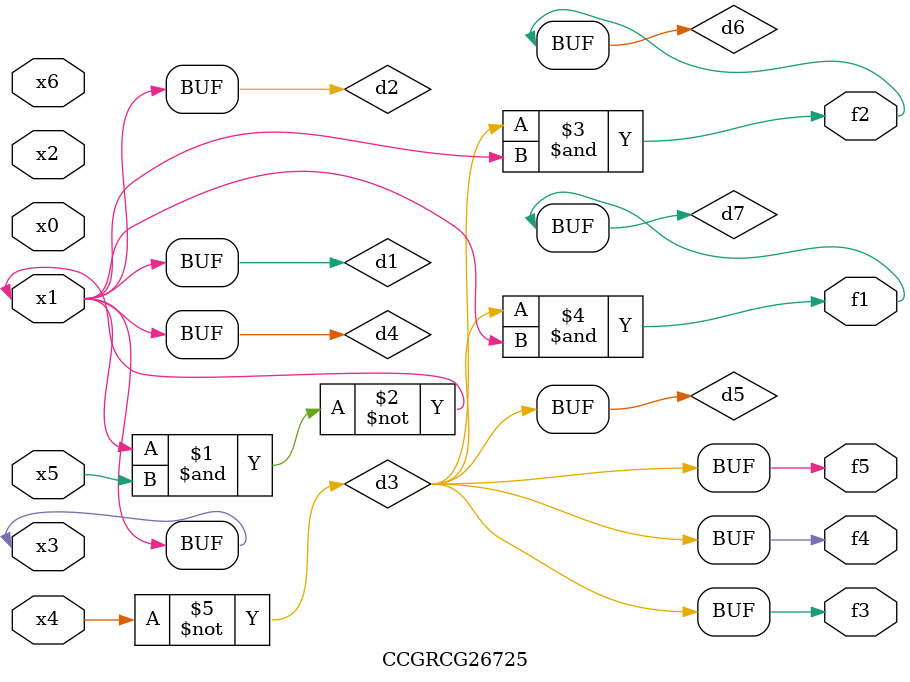
<source format=v>
module CCGRCG26725(
	input x0, x1, x2, x3, x4, x5, x6,
	output f1, f2, f3, f4, f5
);

	wire d1, d2, d3, d4, d5, d6, d7;

	buf (d1, x1, x3);
	nand (d2, x1, x5);
	not (d3, x4);
	buf (d4, d1, d2);
	buf (d5, d3);
	and (d6, d3, d4);
	and (d7, d3, d4);
	assign f1 = d7;
	assign f2 = d6;
	assign f3 = d5;
	assign f4 = d5;
	assign f5 = d5;
endmodule

</source>
